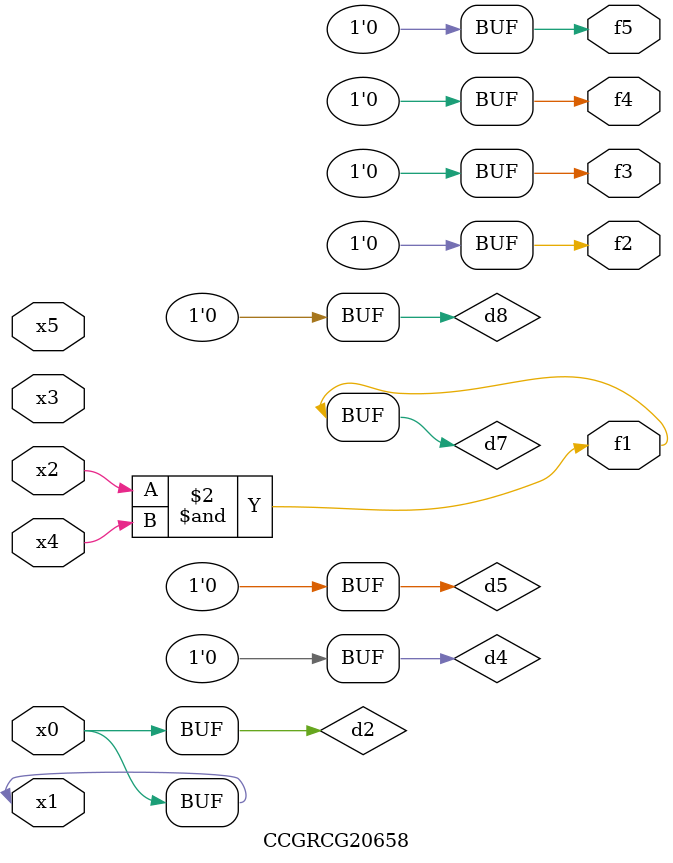
<source format=v>
module CCGRCG20658(
	input x0, x1, x2, x3, x4, x5,
	output f1, f2, f3, f4, f5
);

	wire d1, d2, d3, d4, d5, d6, d7, d8, d9;

	nand (d1, x1);
	buf (d2, x0, x1);
	nand (d3, x2, x4);
	and (d4, d1, d2);
	and (d5, d1, d2);
	nand (d6, d1, d3);
	not (d7, d3);
	xor (d8, d5);
	nor (d9, d5, d6);
	assign f1 = d7;
	assign f2 = d8;
	assign f3 = d8;
	assign f4 = d8;
	assign f5 = d8;
endmodule

</source>
